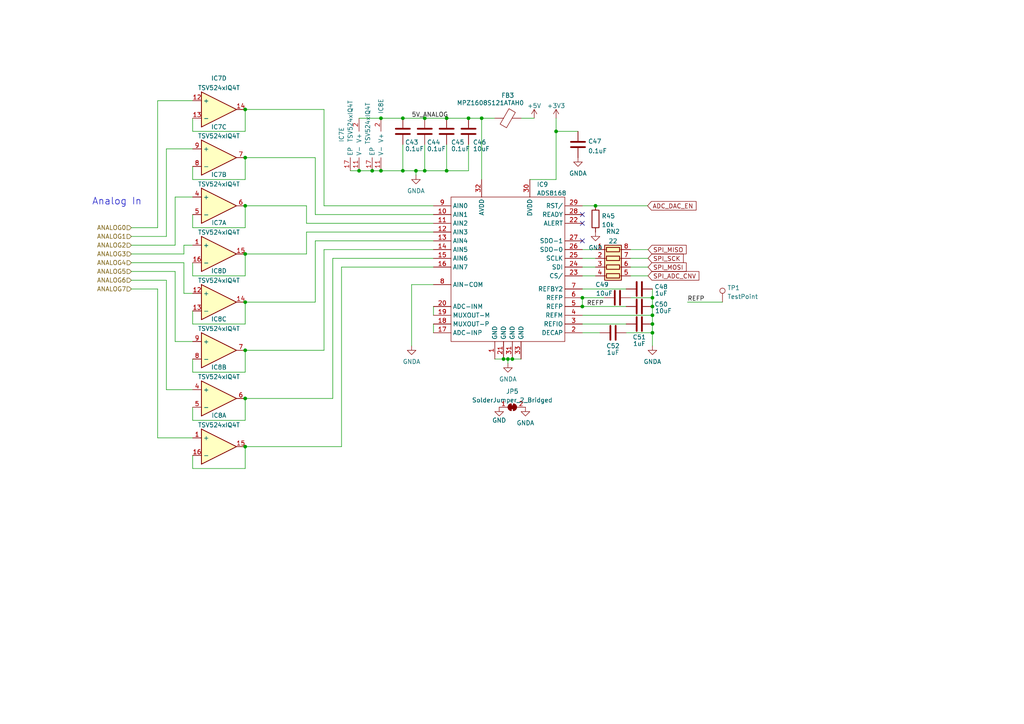
<source format=kicad_sch>
(kicad_sch (version 20211123) (generator eeschema)
  (paper "A4")
  (lib_symbols
    (symbol "Amplifier_Operational:TSV524xIQ4T"
      (property "Reference" "U" (at 2.54 5.08 0))
      (property "Value" "TSV524xIQ4T" (at 5.08 -5.08 0))
      (symbol "TSV524xIQ4T_1_1"
        (polyline (pts (xy -5.08 5.08) (xy 5.08 0) (xy -5.08 -5.08) (xy -5.08 5.08)) (stroke (width 0.254)) (fill (type background)))
        (pin input line (at -7.62 2.54 0) (length 2.54) (name "+") (number "1"))
        (pin output line (at 7.62 0 180) (length 2.54) (name "~") (number "15"))
        (pin input line (at -7.62 -2.54 0) (length 2.54) (name "-") (number "16"))
      )
      (symbol "TSV524xIQ4T_2_1"
        (polyline (pts (xy -5.08 5.08) (xy 5.08 0) (xy -5.08 -5.08) (xy -5.08 5.08)) (stroke (width 0.254)) (fill (type background)))
        (pin input line (at -7.62 2.54 0) (length 2.54) (name "+") (number "4"))
        (pin input line (at -7.62 -2.54 0) (length 2.54) (name "-") (number "5"))
        (pin output line (at 7.62 0 180) (length 2.54) (name "~") (number "6"))
      )
      (symbol "TSV524xIQ4T_3_1"
        (polyline (pts (xy -5.08 5.08) (xy 5.08 0) (xy -5.08 -5.08) (xy -5.08 5.08)) (stroke (width 0.254)) (fill (type background)))
        (pin output line (at 7.62 0 180) (length 2.54) (name "~") (number "7"))
        (pin input line (at -7.62 -2.54 0) (length 2.54) (name "-") (number "8"))
        (pin input line (at -7.62 2.54 0) (length 2.54) (name "+") (number "9"))
      )
      (symbol "TSV524xIQ4T_4_1"
        (polyline (pts (xy -5.08 5.08) (xy 5.08 0) (xy -5.08 -5.08) (xy -5.08 5.08)) (stroke (width 0.254)) (fill (type background)))
        (pin input line (at -7.62 2.54 0) (length 2.54) (name "+") (number "12"))
        (pin input line (at -7.62 -2.54 0) (length 2.54) (name "-") (number "13"))
        (pin output line (at 7.62 0 180) (length 2.54) (name "~") (number "14"))
      )
      (symbol "TSV524xIQ4T_5_1"
        (pin no_connect line (at -2.54 0 0) (length 3.81) hide (name "NC") (number "10"))
        (pin power_in line (at 0 -7.62 90) (length 3.81) (name "V-") (number "11"))
        (pin passive line (at -2.54 -7.62 90) (length 3.81) (name "EP") (number "17"))
        (pin power_in line (at 0 7.62 270) (length 3.81) (name "V+") (number "2"))
        (pin no_connect line (at -2.54 2.54 0) (length 3.81) hide (name "NC") (number "3"))
      )
    )
    (symbol "Bela:ADS8168"
      (property "Reference" "IC" (at -5.08 -7.62 0))
      (property "Value" "ADS8168" (at 11.43 -7.62 0))
      (symbol "ADS8168_0_1"
        (rectangle (start -17.78 -8.89) (end 15.24 -50.8) (stroke (width 0.1524)))
      )
      (symbol "ADS8168_1_1"
        (pin power_in line (at -5.08 -55.88 90) (length 5.08) (name "GND") (number "1"))
        (pin input line (at -22.86 -13.97 0) (length 5.08) (name "AIN1") (number "10"))
        (pin input line (at -22.86 -16.51 0) (length 5.08) (name "AIN2") (number "11"))
        (pin input line (at -22.86 -19.05 0) (length 5.08) (name "AIN3") (number "12"))
        (pin input line (at -22.86 -21.59 0) (length 5.08) (name "AIN4") (number "13"))
        (pin input line (at -22.86 -24.13 0) (length 5.08) (name "AIN5") (number "14"))
        (pin input line (at -22.86 -26.67 0) (length 5.08) (name "AIN6") (number "15"))
        (pin input line (at -22.86 -29.21 0) (length 5.08) (name "AIN7") (number "16"))
        (pin input line (at -22.86 -48.26 0) (length 5.08) (name "ADC-INP") (number "17"))
        (pin input line (at -22.86 -45.72 0) (length 5.08) (name "MUXOUT-P") (number "18"))
        (pin input line (at -22.86 -43.18 0) (length 5.08) (name "MUXOUT-M") (number "19"))
        (pin output line (at 20.32 -48.26 180) (length 5.08) (name "DECAP") (number "2"))
        (pin input line (at -22.86 -40.64 0) (length 5.08) (name "ADC-INM") (number "20"))
        (pin power_in line (at -2.54 -55.88 90) (length 5.08) (name "GND") (number "21"))
        (pin output line (at 20.32 -16.51 180) (length 5.08) (name "ALERT") (number "22"))
        (pin input line (at 20.32 -31.75 180) (length 5.08) (name "CS/") (number "23"))
        (pin input line (at 20.32 -29.21 180) (length 5.08) (name "SDI") (number "24"))
        (pin input line (at 20.32 -26.67 180) (length 5.08) (name "SCLK") (number "25"))
        (pin output line (at 20.32 -24.13 180) (length 5.08) (name "SDO-0") (number "26"))
        (pin output line (at 20.32 -21.59 180) (length 5.08) (name "SDO-1") (number "27"))
        (pin output line (at 20.32 -13.97 180) (length 5.08) (name "READY") (number "28"))
        (pin input line (at 20.32 -11.43 180) (length 5.08) (name "RST/") (number "29"))
        (pin output line (at 20.32 -45.72 180) (length 5.08) (name "REFIO") (number "3"))
        (pin power_in line (at 5.08 -3.81 270) (length 5.08) (name "DVDD") (number "30"))
        (pin power_in line (at 0 -55.88 90) (length 5.08) (name "GND") (number "31"))
        (pin power_in line (at -8.89 -3.81 270) (length 5.08) (name "AVDD") (number "32"))
        (pin power_in line (at 2.54 -55.88 90) (length 5.08) (name "GND") (number "33"))
        (pin output line (at 20.32 -43.18 180) (length 5.08) (name "REFM") (number "4"))
        (pin output line (at 20.32 -40.64 180) (length 5.08) (name "REFP") (number "5"))
        (pin output line (at 20.32 -38.1 180) (length 5.08) (name "REFP") (number "6"))
        (pin output line (at 20.32 -35.56 180) (length 5.08) (name "REFBY2") (number "7"))
        (pin input line (at -22.86 -34.29 0) (length 5.08) (name "AIN-COM") (number "8"))
        (pin input line (at -22.86 -11.43 0) (length 5.08) (name "AIN0") (number "9"))
      )
    )
    (symbol "Connector:TestPoint" (pin_numbers hide) (pin_names (offset 0.762) hide)
      (property "Reference" "TP" (at 0 6.858 0))
      (property "Value" "TestPoint" (at 0 5.08 0))
      (symbol "TestPoint_0_1"
        (circle (center 0 3.302) (radius 0.762))
      )
      (symbol "TestPoint_1_1"
        (pin passive line (at 0 0 90) (length 2.54) (name "1") (number "1"))
      )
    )
    (symbol "Device:C" (pin_numbers hide) (pin_names (offset 0.254))
      (property "Reference" "C" (at 0.635 2.54 0))
      (property "Value" "C" (at 0.635 -2.54 0))
      (symbol "C_0_1"
        (polyline (pts (xy -2.032 -0.762) (xy 2.032 -0.762)) (stroke (width 0.508)))
        (polyline (pts (xy -2.032 0.762) (xy 2.032 0.762)) (stroke (width 0.508)))
      )
      (symbol "C_1_1"
        (pin passive line (at 0 3.81 270) (length 2.794) (name "~") (number "1"))
        (pin passive line (at 0 -3.81 90) (length 2.794) (name "~") (number "2"))
      )
    )
    (symbol "Device:FerriteBead" (pin_numbers hide) (pin_names (offset 0))
      (property "Reference" "FB" (at -3.81 0.635 90))
      (property "Value" "FerriteBead" (at 3.81 0 90))
      (symbol "FerriteBead_0_1"
        (polyline (pts (xy 0 -1.27) (xy 0 -1.2192)))
        (polyline (pts (xy 0 1.27) (xy 0 1.2954)))
        (polyline (pts (xy -2.7686 0.4064) (xy -1.7018 2.2606) (xy 2.7686 -0.3048) (xy 1.6764 -2.159) (xy -2.7686 0.4064)))
      )
      (symbol "FerriteBead_1_1"
        (pin passive line (at 0 3.81 270) (length 2.54) (name "~") (number "1"))
        (pin passive line (at 0 -3.81 90) (length 2.54) (name "~") (number "2"))
      )
    )
    (symbol "Device:R" (pin_numbers hide) (pin_names (offset 0))
      (property "Reference" "R" (at 2.032 0 90))
      (property "Value" "R" (at 0 0 90))
      (symbol "R_0_1"
        (rectangle (start -1.016 -2.54) (end 1.016 2.54) (stroke (width 0.254)))
      )
      (symbol "R_1_1"
        (pin passive line (at 0 3.81 270) (length 1.27) (name "~") (number "1"))
        (pin passive line (at 0 -3.81 90) (length 1.27) (name "~") (number "2"))
      )
    )
    (symbol "Device:R_Pack04" (pin_names (offset 0) hide)
      (property "Reference" "RN" (at -7.62 0 90))
      (property "Value" "R_Pack04" (at 5.08 0 90))
      (symbol "R_Pack04_0_1"
        (rectangle (start -6.35 -2.413) (end 3.81 2.413) (stroke (width 0.254)) (fill (type background)))
        (rectangle (start -5.715 1.905) (end -4.445 -1.905) (stroke (width 0.254)))
        (rectangle (start -3.175 1.905) (end -1.905 -1.905) (stroke (width 0.254)))
        (rectangle (start -0.635 1.905) (end 0.635 -1.905) (stroke (width 0.254)))
        (polyline (pts (xy -5.08 -2.54) (xy -5.08 -1.905)))
        (polyline (pts (xy -5.08 1.905) (xy -5.08 2.54)))
        (polyline (pts (xy -2.54 -2.54) (xy -2.54 -1.905)))
        (polyline (pts (xy -2.54 1.905) (xy -2.54 2.54)))
        (polyline (pts (xy 0 -2.54) (xy 0 -1.905)))
        (polyline (pts (xy 0 1.905) (xy 0 2.54)))
        (polyline (pts (xy 2.54 -2.54) (xy 2.54 -1.905)))
        (polyline (pts (xy 2.54 1.905) (xy 2.54 2.54)))
        (rectangle (start 1.905 1.905) (end 3.175 -1.905) (stroke (width 0.254)))
      )
      (symbol "R_Pack04_1_1"
        (pin passive line (at -5.08 -5.08 90) (length 2.54) (name "R1.1") (number "1"))
        (pin passive line (at -2.54 -5.08 90) (length 2.54) (name "R2.1") (number "2"))
        (pin passive line (at 0 -5.08 90) (length 2.54) (name "R3.1") (number "3"))
        (pin passive line (at 2.54 -5.08 90) (length 2.54) (name "R4.1") (number "4"))
        (pin passive line (at 2.54 5.08 270) (length 2.54) (name "R4.2") (number "5"))
        (pin passive line (at 0 5.08 270) (length 2.54) (name "R3.2") (number "6"))
        (pin passive line (at -2.54 5.08 270) (length 2.54) (name "R2.2") (number "7"))
        (pin passive line (at -5.08 5.08 270) (length 2.54) (name "R1.2") (number "8"))
      )
    )
    (symbol "Jumper:SolderJumper_2_Bridged" (pin_names (offset 0) hide)
      (property "Reference" "JP" (at 0 2.032 0))
      (property "Value" "SolderJumper_2_Bridged" (at 0 -2.54 0))
      (symbol "SolderJumper_2_Bridged_0_1"
        (rectangle (start -0.508 0.508) (end 0.508 -0.508) (fill (type outline)))
        (arc (start -0.254 1.016) (mid -1.27 0) (end -0.254 -1.016))
        (arc (start -0.254 1.016) (mid -1.27 0) (end -0.254 -1.016) (fill (type outline)))
        (polyline (pts (xy -0.254 1.016) (xy -0.254 -1.016)))
        (polyline (pts (xy 0.254 1.016) (xy 0.254 -1.016)))
        (arc (start 0.254 -1.016) (mid 1.27 0) (end 0.254 1.016))
        (arc (start 0.254 -1.016) (mid 1.27 0) (end 0.254 1.016) (fill (type outline)))
      )
      (symbol "SolderJumper_2_Bridged_1_1"
        (pin passive line (at -3.81 0 0) (length 2.54) (name "A") (number "1"))
        (pin passive line (at 3.81 0 180) (length 2.54) (name "B") (number "2"))
      )
    )
    (symbol "power:+3V3" (power) (pin_names (offset 0))
      (property "Value" "+3V3" (at 0 3.556 0))
      (symbol "+3V3_0_1"
        (polyline (pts (xy -0.762 1.27) (xy 0 2.54)))
        (polyline (pts (xy 0 0) (xy 0 2.54)))
        (polyline (pts (xy 0 2.54) (xy 0.762 1.27)))
      )
      (symbol "+3V3_1_1"
        (pin power_in line (at 0 0 90) (length 0) hide (name "+3V3") (number "1"))
      )
    )
    (symbol "power:+5V" (power) (pin_names (offset 0))
      (property "Value" "+5V" (at 0 3.556 0))
      (symbol "+5V_0_1"
        (polyline (pts (xy -0.762 1.27) (xy 0 2.54)))
        (polyline (pts (xy 0 0) (xy 0 2.54)))
        (polyline (pts (xy 0 2.54) (xy 0.762 1.27)))
      )
      (symbol "+5V_1_1"
        (pin power_in line (at 0 0 90) (length 0) hide (name "+5V") (number "1"))
      )
    )
    (symbol "power:GND" (power) (pin_names (offset 0))
      (property "Value" "GND" (at 0 -3.81 0))
      (symbol "GND_0_1"
        (polyline (pts (xy 0 0) (xy 0 -1.27) (xy 1.27 -1.27) (xy 0 -2.54) (xy -1.27 -1.27) (xy 0 -1.27)))
      )
      (symbol "GND_1_1"
        (pin power_in line (at 0 0 270) (length 0) hide (name "GND") (number "1"))
      )
    )
    (symbol "power:GNDA" (power) (pin_names (offset 0))
      (property "Value" "GNDA" (at 0 -3.81 0))
      (symbol "GNDA_0_1"
        (polyline (pts (xy 0 0) (xy 0 -1.27) (xy 1.27 -1.27) (xy 0 -2.54) (xy -1.27 -1.27) (xy 0 -1.27)))
      )
      (symbol "GNDA_1_1"
        (pin power_in line (at 0 0 270) (length 0) hide (name "GNDA") (number "1"))
      )
    )
  )
  (junction (at 71.12 59.69))
  (junction (at 168.91 86.36))
  (junction (at 110.49 49.53))
  (junction (at 104.14 49.53))
  (junction (at 71.12 115.57))
  (junction (at 71.12 129.54))
  (junction (at 107.95 49.53))
  (junction (at 71.12 45.72))
  (junction (at 189.23 91.44))
  (junction (at 116.84 34.29))
  (junction (at 71.12 87.63))
  (junction (at 129.54 49.53))
  (junction (at 123.19 34.29))
  (junction (at 71.12 73.66))
  (junction (at 120.65 49.53))
  (junction (at 189.23 93.98))
  (junction (at 189.23 86.36))
  (junction (at 139.7 34.29))
  (junction (at 147.32 104.14))
  (junction (at 148.59 104.14))
  (junction (at 123.19 49.53))
  (junction (at 146.05 104.14))
  (junction (at 172.72 59.69))
  (junction (at 135.89 34.29))
  (junction (at 161.29 38.1))
  (junction (at 71.12 31.75))
  (junction (at 129.54 34.29))
  (junction (at 168.91 88.9))
  (junction (at 110.49 34.29))
  (junction (at 116.84 49.53))
  (junction (at 189.23 96.52))
  (junction (at 189.23 88.9))
  (junction (at 71.12 101.6))
  (no_connect (at 168.91 64.77))
  (no_connect (at 168.91 69.85))
  (no_connect (at 168.91 62.23))
  (wire (pts (xy 88.9 64.77) (xy 125.73 64.77)))
  (wire (pts (xy 129.54 49.53) (xy 135.89 49.53)))
  (wire (pts (xy 55.88 107.95) (xy 71.12 107.95)))
  (wire (pts (xy 168.91 86.36) (xy 168.91 88.9)))
  (wire (pts (xy 55.88 135.89) (xy 71.12 135.89)))
  (wire (pts (xy 93.98 31.75) (xy 93.98 59.69)))
  (wire (pts (xy 123.19 34.29) (xy 129.54 34.29)))
  (wire (pts (xy 71.12 31.75) (xy 93.98 31.75)))
  (wire (pts (xy 148.59 104.14) (xy 151.13 104.14)))
  (wire (pts (xy 55.88 62.23) (xy 55.88 66.04)))
  (wire (pts (xy 50.8 71.12) (xy 50.8 57.15)))
  (wire (pts (xy 181.61 96.52) (xy 189.23 96.52)))
  (wire (pts (xy 104.14 49.53) (xy 107.95 49.53)))
  (wire (pts (xy 146.05 104.14) (xy 147.32 104.14)))
  (wire (pts (xy 88.9 59.69) (xy 88.9 64.77)))
  (wire (pts (xy 71.12 52.07) (xy 71.12 45.72)))
  (wire (pts (xy 116.84 34.29) (xy 123.19 34.29)))
  (wire (pts (xy 107.95 49.53) (xy 110.49 49.53)))
  (wire (pts (xy 168.91 80.01) (xy 172.72 80.01)))
  (wire (pts (xy 139.7 34.29) (xy 143.51 34.29)))
  (wire (pts (xy 125.73 88.9) (xy 125.73 91.44)))
  (wire (pts (xy 55.88 118.11) (xy 55.88 121.92)))
  (wire (pts (xy 91.44 87.63) (xy 91.44 69.85)))
  (wire (pts (xy 110.49 34.29) (xy 116.84 34.29)))
  (wire (pts (xy 168.91 86.36) (xy 175.26 86.36)))
  (wire (pts (xy 120.65 49.53) (xy 123.19 49.53)))
  (wire (pts (xy 53.34 85.09) (xy 55.88 85.09)))
  (wire (pts (xy 125.73 67.31) (xy 88.9 67.31)))
  (wire (pts (xy 168.91 83.82) (xy 181.61 83.82)))
  (wire (pts (xy 116.84 49.53) (xy 120.65 49.53)))
  (wire (pts (xy 139.7 34.29) (xy 139.7 52.07)))
  (wire (pts (xy 71.12 93.98) (xy 71.12 87.63)))
  (wire (pts (xy 129.54 41.91) (xy 129.54 49.53)))
  (wire (pts (xy 96.52 74.93) (xy 125.73 74.93)))
  (wire (pts (xy 45.72 83.82) (xy 38.1 83.82)))
  (wire (pts (xy 93.98 59.69) (xy 125.73 59.69)))
  (wire (pts (xy 125.73 72.39) (xy 93.98 72.39)))
  (wire (pts (xy 71.12 38.1) (xy 71.12 31.75)))
  (wire (pts (xy 88.9 73.66) (xy 71.12 73.66)))
  (wire (pts (xy 182.88 86.36) (xy 189.23 86.36)))
  (wire (pts (xy 199.39 87.63) (xy 209.55 87.63)))
  (wire (pts (xy 38.1 71.12) (xy 50.8 71.12)))
  (wire (pts (xy 45.72 29.21) (xy 55.88 29.21)))
  (wire (pts (xy 135.89 49.53) (xy 135.89 41.91)))
  (wire (pts (xy 125.73 62.23) (xy 91.44 62.23)))
  (wire (pts (xy 55.88 93.98) (xy 71.12 93.98)))
  (wire (pts (xy 182.88 80.01) (xy 187.96 80.01)))
  (wire (pts (xy 120.65 50.8) (xy 120.65 49.53)))
  (wire (pts (xy 125.73 93.98) (xy 125.73 96.52)))
  (wire (pts (xy 123.19 49.53) (xy 129.54 49.53)))
  (wire (pts (xy 168.91 77.47) (xy 172.72 77.47)))
  (wire (pts (xy 153.67 52.07) (xy 161.29 52.07)))
  (wire (pts (xy 55.88 121.92) (xy 71.12 121.92)))
  (wire (pts (xy 143.51 104.14) (xy 146.05 104.14)))
  (wire (pts (xy 38.1 81.28) (xy 48.26 81.28)))
  (wire (pts (xy 53.34 71.12) (xy 55.88 71.12)))
  (wire (pts (xy 101.6 49.53) (xy 104.14 49.53)))
  (wire (pts (xy 48.26 68.58) (xy 48.26 43.18)))
  (wire (pts (xy 91.44 69.85) (xy 125.73 69.85)))
  (wire (pts (xy 135.89 34.29) (xy 139.7 34.29)))
  (wire (pts (xy 71.12 115.57) (xy 96.52 115.57)))
  (wire (pts (xy 53.34 73.66) (xy 53.34 71.12)))
  (wire (pts (xy 99.06 77.47) (xy 99.06 129.54)))
  (wire (pts (xy 53.34 76.2) (xy 53.34 85.09)))
  (wire (pts (xy 168.91 59.69) (xy 172.72 59.69)))
  (wire (pts (xy 129.54 34.29) (xy 135.89 34.29)))
  (wire (pts (xy 189.23 91.44) (xy 189.23 93.98)))
  (wire (pts (xy 55.88 52.07) (xy 71.12 52.07)))
  (wire (pts (xy 119.38 82.55) (xy 125.73 82.55)))
  (wire (pts (xy 168.91 93.98) (xy 181.61 93.98)))
  (wire (pts (xy 182.88 74.93) (xy 187.96 74.93)))
  (wire (pts (xy 161.29 38.1) (xy 161.29 52.07)))
  (wire (pts (xy 161.29 34.29) (xy 161.29 38.1)))
  (wire (pts (xy 55.88 76.2) (xy 55.88 80.01)))
  (wire (pts (xy 161.29 38.1) (xy 167.64 38.1)))
  (wire (pts (xy 168.91 72.39) (xy 172.72 72.39)))
  (wire (pts (xy 172.72 59.69) (xy 187.8076 59.69)))
  (wire (pts (xy 71.12 87.63) (xy 91.44 87.63)))
  (wire (pts (xy 168.91 74.93) (xy 172.72 74.93)))
  (wire (pts (xy 96.52 115.57) (xy 96.52 74.93)))
  (wire (pts (xy 50.8 99.06) (xy 55.88 99.06)))
  (wire (pts (xy 48.26 43.18) (xy 55.88 43.18)))
  (wire (pts (xy 38.1 76.2) (xy 53.34 76.2)))
  (wire (pts (xy 189.23 91.44) (xy 189.23 88.9)))
  (wire (pts (xy 88.9 67.31) (xy 88.9 73.66)))
  (wire (pts (xy 50.8 78.74) (xy 50.8 99.06)))
  (wire (pts (xy 91.44 45.72) (xy 71.12 45.72)))
  (wire (pts (xy 45.72 127) (xy 45.72 83.82)))
  (wire (pts (xy 119.38 82.55) (xy 119.38 100.33)))
  (wire (pts (xy 71.12 107.95) (xy 71.12 101.6)))
  (wire (pts (xy 151.13 34.29) (xy 154.94 34.29)))
  (wire (pts (xy 93.98 101.6) (xy 71.12 101.6)))
  (wire (pts (xy 110.49 49.53) (xy 116.84 49.53)))
  (wire (pts (xy 168.91 96.52) (xy 173.99 96.52)))
  (wire (pts (xy 168.91 91.44) (xy 189.23 91.44)))
  (wire (pts (xy 55.88 132.08) (xy 55.88 135.89)))
  (wire (pts (xy 48.26 81.28) (xy 48.26 113.03)))
  (wire (pts (xy 55.88 38.1) (xy 71.12 38.1)))
  (wire (pts (xy 189.23 83.82) (xy 189.23 86.36)))
  (wire (pts (xy 55.88 34.29) (xy 55.88 38.1)))
  (wire (pts (xy 93.98 72.39) (xy 93.98 101.6)))
  (wire (pts (xy 125.73 77.47) (xy 99.06 77.47)))
  (wire (pts (xy 123.19 41.91) (xy 123.19 49.53)))
  (wire (pts (xy 147.32 104.14) (xy 147.32 105.41)))
  (wire (pts (xy 189.23 86.36) (xy 189.23 88.9)))
  (wire (pts (xy 168.91 88.9) (xy 181.61 88.9)))
  (wire (pts (xy 182.88 77.47) (xy 187.96 77.47)))
  (wire (pts (xy 71.12 59.69) (xy 88.9 59.69)))
  (wire (pts (xy 45.72 66.04) (xy 45.72 29.21)))
  (wire (pts (xy 71.12 66.04) (xy 71.12 59.69)))
  (wire (pts (xy 71.12 80.01) (xy 71.12 73.66)))
  (wire (pts (xy 38.1 68.58) (xy 48.26 68.58)))
  (wire (pts (xy 71.12 121.92) (xy 71.12 115.57)))
  (wire (pts (xy 38.1 66.04) (xy 45.72 66.04)))
  (wire (pts (xy 182.88 72.39) (xy 187.96 72.39)))
  (wire (pts (xy 55.88 90.17) (xy 55.88 93.98)))
  (wire (pts (xy 55.88 104.14) (xy 55.88 107.95)))
  (wire (pts (xy 91.44 62.23) (xy 91.44 45.72)))
  (wire (pts (xy 50.8 57.15) (xy 55.88 57.15)))
  (wire (pts (xy 189.23 96.52) (xy 189.23 93.98)))
  (wire (pts (xy 116.84 41.91) (xy 116.84 49.53)))
  (wire (pts (xy 104.14 34.29) (xy 110.49 34.29)))
  (wire (pts (xy 55.88 66.04) (xy 71.12 66.04)))
  (wire (pts (xy 38.1 78.74) (xy 50.8 78.74)))
  (wire (pts (xy 99.06 129.54) (xy 71.12 129.54)))
  (wire (pts (xy 38.1 73.66) (xy 53.34 73.66)))
  (wire (pts (xy 55.88 127) (xy 45.72 127)))
  (wire (pts (xy 55.88 80.01) (xy 71.12 80.01)))
  (wire (pts (xy 189.23 96.52) (xy 189.23 100.33)))
  (wire (pts (xy 55.88 48.26) (xy 55.88 52.07)))
  (wire (pts (xy 71.12 135.89) (xy 71.12 129.54)))
  (wire (pts (xy 48.26 113.03) (xy 55.88 113.03)))
  (wire (pts (xy 147.32 104.14) (xy 148.59 104.14)))
  (text "Analog In" (at 26.67 59.69 0) (effects (font (size 2 2)) (justify left bottom)))
  (label "REFP" (at 170.18 88.9 0))
  (label "REFP" (at 199.39 87.63 0))
  (label "5V_ANALOG" (at 119.38 34.29 0))
  (global_label "SPI_MOSI" (shape input) (at 187.96 77.47 0) (property "Intersheet References" "${INTERSHEET_REFS}" (effects hide)))
  (global_label "ADC_DAC_EN" (shape input) (at 187.8076 59.69 0) (property "Intersheet References" "${INTERSHEET_REFS}" (effects hide)))
  (global_label "SPI_SCK" (shape input) (at 187.96 74.93 0) (property "Intersheet References" "${INTERSHEET_REFS}" (effects hide)))
  (global_label "SPI_ADC_CNV" (shape input) (at 187.96 80.01 0) (property "Intersheet References" "${INTERSHEET_REFS}" (effects hide)))
  (global_label "SPI_MISO" (shape input) (at 187.96 72.39 0) (property "Intersheet References" "${INTERSHEET_REFS}" (effects hide)))
  (hierarchical_label "ANALOG4" (shape input) (at 38.1 76.2 180))
  (hierarchical_label "ANALOG6" (shape input) (at 38.1 81.28 180))
  (hierarchical_label "ANALOG5" (shape input) (at 38.1 78.74 180))
  (hierarchical_label "ANALOG1" (shape input) (at 38.1 68.58 180))
  (hierarchical_label "ANALOG3" (shape input) (at 38.1 73.66 180))
  (hierarchical_label "ANALOG2" (shape input) (at 38.1 71.12 180))
  (hierarchical_label "ANALOG0" (shape input) (at 38.1 66.04 180))
  (hierarchical_label "ANALOG7" (shape input) (at 38.1 83.82 180))
  (symbol (lib_id "Amplifier_Operational:TSV524xIQ4T") (at 110.49 41.91 0) (unit 5)
    (property "Reference" "IC8" (at 110.49 33.02 90) (effects (justify left)))
    (property "Value" "TSV524xIQ4T" (at 106.68 41.91 90) (effects (justify left)))
    (property "Footprint" "Package_DFN_QFN:QFN-16-1EP_3x3mm_P0.5mm_EP1.7x1.7mm" (effects hide))
    (property "Datasheet" "https://www.st.com/resource/en/datasheet/tsv521.pdf" (effects hide))
  )
  (symbol (lib_id "Amplifier_Operational:TSV524xIQ4T") (at 63.5 59.69 0) (unit 2)
    (property "Reference" "IC7" (at 63.5 50.6435 0))
    (property "Value" "TSV524xIQ4T" (at 63.5 53.4186 0))
    (property "Footprint" "Package_DFN_QFN:QFN-16-1EP_3x3mm_P0.5mm_EP1.7x1.7mm" (effects hide))
    (property "Datasheet" "https://www.st.com/resource/en/datasheet/tsv521.pdf" (effects hide))
  )
  (symbol (lib_id "Device:C") (at 185.42 83.82 90) (unit 1)
    (property "Reference" "C48" (at 191.77 83.185 90))
    (property "Value" "1uF" (at 191.77 85.09 90))
    (property "Footprint" "Capacitor_SMD:C_0603_1608Metric" (effects hide))
  )
  (symbol (lib_id "Device:C") (at 185.42 88.9 90) (unit 1)
    (property "Reference" "C50" (at 191.77 88.265 90))
    (property "Value" "10uF" (at 192.405 90.17 90))
    (property "Footprint" "Capacitor_SMD:C_0603_1608Metric" (effects hide))
  )
  (symbol (lib_id "Device:R") (at 172.72 63.5 180) (unit 1)
    (property "Reference" "R45" (at 174.498 62.6653 0) (effects (justify right)))
    (property "Value" "10k" (at 174.498 65.2022 0) (effects (justify right)))
    (property "Footprint" "Resistor_SMD:R_0603_1608Metric" (effects hide))
  )
  (symbol (lib_id "Device:C") (at 179.07 86.36 90) (unit 1)
    (property "Reference" "C49" (at 174.625 82.55 90))
    (property "Value" "10uF" (at 175.26 85.09 90))
    (property "Footprint" "Capacitor_SMD:C_0603_1608Metric" (effects hide))
  )
  (symbol (lib_id "power:+5V") (at 154.94 34.29 0) (unit 1)
    (property "Reference" "#PWR089" (effects hide))
    (property "Value" "+5V" (at 154.94 30.6855 0))
  )
  (symbol (lib_id "Amplifier_Operational:TSV524xIQ4T") (at 63.5 115.57 0) (unit 2)
    (property "Reference" "IC8" (at 63.5 106.5235 0))
    (property "Value" "TSV524xIQ4T" (at 63.5 109.2986 0))
    (property "Footprint" "Package_DFN_QFN:QFN-16-1EP_3x3mm_P0.5mm_EP1.7x1.7mm" (effects hide))
    (property "Datasheet" "https://www.st.com/resource/en/datasheet/tsv521.pdf" (effects hide))
  )
  (symbol (lib_id "Jumper:SolderJumper_2_Bridged") (at 148.59 118.11 0) (unit 1)
    (property "Reference" "JP5" (at 148.59 113.5212 0))
    (property "Value" "SolderJumper_2_Bridged" (at 148.59 116.0581 0))
    (property "Footprint" "Bela:SolderJumper2_with_mask" (effects hide))
  )
  (symbol (lib_id "Amplifier_Operational:TSV524xIQ4T") (at 63.5 101.6 0) (unit 3)
    (property "Reference" "IC8" (at 63.5 92.5535 0))
    (property "Value" "TSV524xIQ4T" (at 63.5 95.3286 0))
    (property "Footprint" "Package_DFN_QFN:QFN-16-1EP_3x3mm_P0.5mm_EP1.7x1.7mm" (effects hide))
    (property "Datasheet" "https://www.st.com/resource/en/datasheet/tsv521.pdf" (effects hide))
  )
  (symbol (lib_id "Amplifier_Operational:TSV524xIQ4T") (at 104.14 41.91 0) (unit 5)
    (property "Reference" "IC7" (at 99.06 41.275 90) (effects (justify left)))
    (property "Value" "TSV524xIQ4T" (at 101.6 41.275 90) (effects (justify left)))
    (property "Footprint" "Package_DFN_QFN:QFN-16-1EP_3x3mm_P0.5mm_EP1.7x1.7mm" (effects hide))
    (property "Datasheet" "https://www.st.com/resource/en/datasheet/tsv521.pdf" (effects hide))
  )
  (symbol (lib_id "power:GNDA") (at 189.23 100.33 0) (unit 1)
    (property "Reference" "#PWR095" (effects hide))
    (property "Value" "GNDA" (at 189.23 104.8925 0))
  )
  (symbol (lib_id "power:GNDA") (at 167.64 45.72 0) (unit 1)
    (property "Reference" "#PWR091" (effects hide))
    (property "Value" "GNDA" (at 167.64 50.2825 0))
  )
  (symbol (lib_id "Device:R_Pack04") (at 177.8 77.47 270) (unit 1)
    (property "Reference" "RN2" (at 177.8 67.1535 90))
    (property "Value" "22" (at 177.8 69.9286 90))
    (property "Footprint" "Resistor_SMD:R_Array_Convex_4x0603" (effects hide))
  )
  (symbol (lib_id "Amplifier_Operational:TSV524xIQ4T") (at 63.5 129.54 0) (unit 1)
    (property "Reference" "IC8" (at 63.5 120.4935 0))
    (property "Value" "TSV524xIQ4T" (at 63.5 123.2686 0))
    (property "Footprint" "Package_DFN_QFN:QFN-16-1EP_3x3mm_P0.5mm_EP1.7x1.7mm" (effects hide))
    (property "Datasheet" "https://www.st.com/resource/en/datasheet/tsv521.pdf" (effects hide))
  )
  (symbol (lib_id "Device:C") (at 167.64 41.91 180) (unit 1)
    (property "Reference" "C47" (at 170.561 41.0015 0) (effects (justify right)))
    (property "Value" "0.1uF" (at 170.561 43.7766 0) (effects (justify right)))
    (property "Footprint" "Capacitor_SMD:C_0603_1608Metric" (effects hide))
  )
  (symbol (lib_id "Device:C") (at 129.54 38.1 180) (unit 1)
    (property "Reference" "C45" (at 130.81 41.275 0) (effects (justify right)))
    (property "Value" "0.1uF" (at 130.81 43.18 0) (effects (justify right)))
    (property "Footprint" "Capacitor_SMD:C_0603_1608Metric" (effects hide))
  )
  (symbol (lib_id "Device:C") (at 185.42 93.98 90) (unit 1)
    (property "Reference" "C51" (at 185.42 97.79 90))
    (property "Value" "1uF" (at 185.42 99.695 90))
    (property "Footprint" "Capacitor_SMD:C_0603_1608Metric" (effects hide))
  )
  (symbol (lib_id "Device:C") (at 116.84 38.1 180) (unit 1)
    (property "Reference" "C43" (at 117.475 41.275 0) (effects (justify right)))
    (property "Value" "0.1uF" (at 117.475 43.18 0) (effects (justify right)))
    (property "Footprint" "Capacitor_SMD:C_0603_1608Metric" (effects hide))
  )
  (symbol (lib_id "Amplifier_Operational:TSV524xIQ4T") (at 63.5 87.63 0) (unit 4)
    (property "Reference" "IC8" (at 63.5 78.5835 0))
    (property "Value" "TSV524xIQ4T" (at 63.5 81.3586 0))
    (property "Footprint" "Package_DFN_QFN:QFN-16-1EP_3x3mm_P0.5mm_EP1.7x1.7mm" (effects hide))
    (property "Datasheet" "https://www.st.com/resource/en/datasheet/tsv521.pdf" (effects hide))
  )
  (symbol (lib_id "power:GNDA") (at 120.65 50.8 0) (unit 1)
    (property "Reference" "#PWR092" (effects hide))
    (property "Value" "GNDA" (at 120.65 55.3625 0))
  )
  (symbol (lib_id "power:GND") (at 172.72 67.31 0) (unit 1)
    (property "Reference" "#PWR093" (effects hide))
    (property "Value" "GND" (at 172.72 71.8725 0))
  )
  (symbol (lib_id "Amplifier_Operational:TSV524xIQ4T") (at 63.5 73.66 0) (unit 1)
    (property "Reference" "IC7" (at 63.5 64.6135 0))
    (property "Value" "TSV524xIQ4T" (at 63.5 67.3886 0))
    (property "Footprint" "Package_DFN_QFN:QFN-16-1EP_3x3mm_P0.5mm_EP1.7x1.7mm" (effects hide))
    (property "Datasheet" "https://www.st.com/resource/en/datasheet/tsv521.pdf" (effects hide))
  )
  (symbol (lib_id "Device:C") (at 177.8 96.52 90) (unit 1)
    (property "Reference" "C52" (at 177.8 100.33 90))
    (property "Value" "1uF" (at 177.8 102.235 90))
    (property "Footprint" "Capacitor_SMD:C_0603_1608Metric" (effects hide))
  )
  (symbol (lib_id "Device:C") (at 123.19 38.1 180) (unit 1)
    (property "Reference" "C44" (at 123.825 41.275 0) (effects (justify right)))
    (property "Value" "0.1uF" (at 123.825 43.18 0) (effects (justify right)))
    (property "Footprint" "Capacitor_SMD:C_0603_1608Metric" (effects hide))
  )
  (symbol (lib_id "Amplifier_Operational:TSV524xIQ4T") (at 63.5 31.75 0) (unit 4)
    (property "Reference" "IC7" (at 63.5 22.7035 0))
    (property "Value" "TSV524xIQ4T" (at 63.5 25.4786 0))
    (property "Footprint" "Package_DFN_QFN:QFN-16-1EP_3x3mm_P0.5mm_EP1.7x1.7mm" (effects hide))
    (property "Datasheet" "https://www.st.com/resource/en/datasheet/tsv521.pdf" (effects hide))
  )
  (symbol (lib_id "Amplifier_Operational:TSV524xIQ4T") (at 63.5 45.72 0) (unit 3)
    (property "Reference" "IC7" (at 63.5 36.83 0))
    (property "Value" "TSV524xIQ4T" (at 63.5 39.4486 0))
    (property "Footprint" "Package_DFN_QFN:QFN-16-1EP_3x3mm_P0.5mm_EP1.7x1.7mm" (effects hide))
    (property "Datasheet" "https://www.st.com/resource/en/datasheet/tsv521.pdf" (effects hide))
  )
  (symbol (lib_id "power:+3V3") (at 161.29 34.29 0) (unit 1)
    (property "Reference" "#PWR090" (effects hide))
    (property "Value" "+3V3" (at 161.29 30.6855 0))
  )
  (symbol (lib_id "Device:FerriteBead") (at 147.32 34.29 90) (unit 1)
    (property "Reference" "FB3" (at 147.2692 27.6819 90))
    (property "Value" "MPZ1608S121ATAH0" (at 142.24 29.845 90))
    (property "Footprint" "Inductor_SMD:L_0603_1608Metric" (effects hide))
  )
  (symbol (lib_id "power:GND") (at 144.78 118.11 0) (mirror y) (unit 1)
    (property "Reference" "#PWR097" (effects hide))
    (property "Value" "GND" (at 144.78 121.92 0))
  )
  (symbol (lib_id "Connector:TestPoint") (at 209.55 87.63 0) (unit 1)
    (property "Reference" "TP1" (at 210.947 83.4933 0) (effects (justify left)))
    (property "Value" "TestPoint" (at 210.947 86.0302 0) (effects (justify left)))
    (property "Footprint" "TestPoint:TestPoint_THTPad_D2.0mm_Drill1.0mm" (effects hide))
  )
  (symbol (lib_id "power:GNDA") (at 152.4 118.11 0) (unit 1)
    (property "Reference" "#PWR098" (effects hide))
    (property "Value" "GNDA" (at 152.4 122.6725 0))
  )
  (symbol (lib_id "power:GNDA") (at 147.32 105.41 0) (unit 1)
    (property "Reference" "#PWR096" (effects hide))
    (property "Value" "GNDA" (at 147.32 109.9725 0))
  )
  (symbol (lib_id "Bela:ADS8168") (at 148.59 48.26 0) (unit 1)
    (property "Reference" "IC9" (at 155.6894 53.501 0) (effects (justify left)))
    (property "Value" "ADS8168" (at 155.6894 56.0379 0) (effects (justify left)))
    (property "Footprint" "Package_DFN_QFN:VQFN-32-1EP_5x5mm_P0.5mm_EP3.5x3.5mm" (effects hide))
  )
  (symbol (lib_id "power:GNDA") (at 119.38 100.33 0) (unit 1)
    (property "Reference" "#PWR094" (effects hide))
    (property "Value" "GNDA" (at 119.38 104.8925 0))
  )
  (symbol (lib_id "Device:C") (at 135.89 38.1 180) (unit 1)
    (property "Reference" "C46" (at 137.16 41.275 0) (effects (justify right)))
    (property "Value" "10uF" (at 137.16 43.18 0) (effects (justify right)))
    (property "Footprint" "Capacitor_SMD:C_0603_1608Metric" (effects hide))
  )
)
</source>
